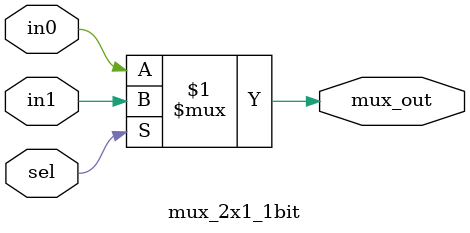
<source format=sv>
module  mux_2x1_1bit(
   input  in0,  // Mux first input
   input  in1,  // Mux Second input
   input  sel,    // Select input
   output wire mux_out // Mux output
);

  assign mux_out = (sel) ? in1 : in0;
endmodule 

</source>
